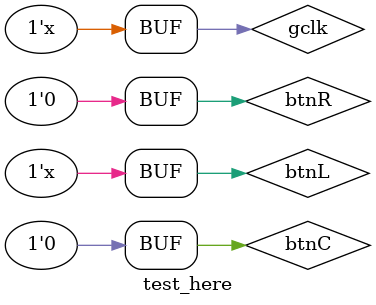
<source format=v>
`timescale 1ns / 1ps




module test_here;

	// Inputs
	reg gclk = 0;
	reg btnC;
	reg btnR = 0;
	reg btnL;

	// Outputs
	wire [7:0] led;

	// Instantiate the Unit Under Test (UUT)
	lab4 uut (
		.led(led), 
		.gclk(gclk), 
		.btnC(btnC), 
		.btnR(btnR), 
		.btnL(btnL)
	);
	
	
	`define RESET 2'b11
	`define HOLD 2'b00
	`define SHIFT_IN 2'b01
	`define SHIFT_OUT 2'b10
	
	always #5 gclk = ~gclk;
	
	initial 
	
	begin
	
	
	
		// Initialize Inputs
		//gclk = 0;
		btnC = 0;
		//btnR = 0;
		btnL = 0;
		#10 btnR = ~btnR;
		#10 btnR = ~btnR;
		#100;
		#10 btnL = ~btnL;
		#10 btnL = ~btnL;
		
		/*
		#10 btnR = ~btnR;
		#10 btnR = ~btnR;
		#10 btnR = ~btnR;
		#10 btnR = ~btnR;
		#10 btnR = ~btnR;
		#10 btnR = ~btnR;
		#10 btnR = ~btnR;
		#10 btnR = ~btnR;
		// Wait 100 ns for global reset to finish
		
		#100;
		btnR = 1'b0;
		btnL = 1'b1;
		#10 btnL = 1'b0;
		#10 btnL = 1'b1;
		#10 btnL = 1'b0;
		#10 btnL = 1'b1;
		#10 btnL = 1'b0;
		#10 btnL = 1'b1;
		#10 btnL = 1'b0;
		#10 btnL = 1'b1;
		#10 btnL = 1'b0;
		
		#10 btnR = ~btnR;
		#10 btnR = ~btnR;
		#10 btnR = ~btnR;
		#10 btnR = ~btnR;
		#10 btnR = ~btnR;
		#10 btnR = ~btnR;
		
		#10; 
		btnR = ~btnR;
		btnL = 1'b1;
		#10 btnR = ~btnR;
		#10 btnR = ~btnR;
		#10; 
		btnR = ~btnR;
		btnL = 1'b0;
		#50;
		#10 btnR = ~btnR;
		btnL = 1'b1;
		#100;
		btnL = 1'b0;
		btnR = ~btnR;
		
        
		// Add stimulus here
*/
	end
      
endmodule


</source>
